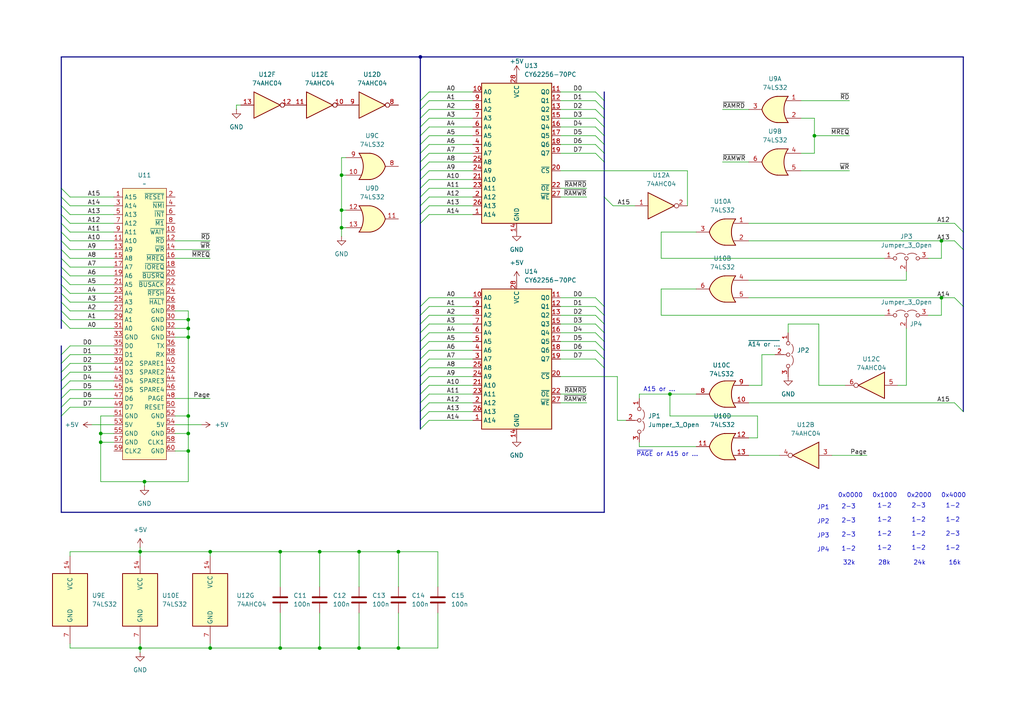
<source format=kicad_sch>
(kicad_sch (version 20231120) (generator "eeschema") (generator_version "8.0")
  (paper "A4")
  (lib_symbols
    (symbol "74xx:74AHC04"
      (property "Reference" "U" (at 0 1.27 0))
      (property "Value" "74AHC04" (at 0 -1.27 0))
      (symbol "74AHC04_1_0"
        (polyline (pts (xy -3.81 3.81) (xy -3.81 -3.81) (xy 3.81 0) (xy -3.81 3.81)) (stroke (width 0.254)) (fill (type background)))
        (pin input line (at -7.62 0 0) (length 3.81) (name "~") (number "1"))
        (pin output inverted (at 7.62 0 180) (length 3.81) (name "~") (number "2"))
      )
      (symbol "74AHC04_2_0"
        (polyline (pts (xy -3.81 3.81) (xy -3.81 -3.81) (xy 3.81 0) (xy -3.81 3.81)) (stroke (width 0.254)) (fill (type background)))
        (pin input line (at -7.62 0 0) (length 3.81) (name "~") (number "3"))
        (pin output inverted (at 7.62 0 180) (length 3.81) (name "~") (number "4"))
      )
      (symbol "74AHC04_3_0"
        (polyline (pts (xy -3.81 3.81) (xy -3.81 -3.81) (xy 3.81 0) (xy -3.81 3.81)) (stroke (width 0.254)) (fill (type background)))
        (pin input line (at -7.62 0 0) (length 3.81) (name "~") (number "5"))
        (pin output inverted (at 7.62 0 180) (length 3.81) (name "~") (number "6"))
      )
      (symbol "74AHC04_4_0"
        (polyline (pts (xy -3.81 3.81) (xy -3.81 -3.81) (xy 3.81 0) (xy -3.81 3.81)) (stroke (width 0.254)) (fill (type background)))
        (pin output inverted (at 7.62 0 180) (length 3.81) (name "~") (number "8"))
        (pin input line (at -7.62 0 0) (length 3.81) (name "~") (number "9"))
      )
      (symbol "74AHC04_5_0"
        (polyline (pts (xy -3.81 3.81) (xy -3.81 -3.81) (xy 3.81 0) (xy -3.81 3.81)) (stroke (width 0.254)) (fill (type background)))
        (pin output inverted (at 7.62 0 180) (length 3.81) (name "~") (number "10"))
        (pin input line (at -7.62 0 0) (length 3.81) (name "~") (number "11"))
      )
      (symbol "74AHC04_6_0"
        (polyline (pts (xy -3.81 3.81) (xy -3.81 -3.81) (xy 3.81 0) (xy -3.81 3.81)) (stroke (width 0.254)) (fill (type background)))
        (pin output inverted (at 7.62 0 180) (length 3.81) (name "~") (number "12"))
        (pin input line (at -7.62 0 0) (length 3.81) (name "~") (number "13"))
      )
      (symbol "74AHC04_7_0"
        (pin power_in line (at 0 12.7 270) (length 5.08) (name "VCC") (number "14"))
        (pin power_in line (at 0 -12.7 90) (length 5.08) (name "GND") (number "7"))
      )
      (symbol "74AHC04_7_1"
        (rectangle (start -5.08 7.62) (end 5.08 -7.62) (stroke (width 0.254)) (fill (type background)))
      )
    )
    (symbol "74xx:74LS32" (pin_names (offset 1.016))
      (property "Reference" "U" (at 0 1.27 0))
      (property "Value" "74LS32" (at 0 -1.27 0))
      (symbol "74LS32_1_1"
        (arc (start -3.81 -3.81) (mid -2.589 0) (end -3.81 3.81) (stroke (width 0.254)))
        (arc (start -0.6096 -3.81) (mid 2.1842 -2.5851) (end 3.81 0) (stroke (width 0.254)) (fill (type background)))
        (polyline (pts (xy -3.81 -3.81) (xy -0.635 -3.81)) (stroke (width 0.254)) (fill (type background)))
        (polyline (pts (xy -3.81 3.81) (xy -0.635 3.81)) (stroke (width 0.254)) (fill (type background)))
        (polyline (pts (xy -0.635 3.81) (xy -3.81 3.81) (xy -3.81 3.81) (xy -3.556 3.4036) (xy -3.0226 2.2606) (xy -2.6924 1.0414) (xy -2.6162 -0.254) (xy -2.7686 -1.4986) (xy -3.175 -2.7178) (xy -3.81 -3.81) (xy -3.81 -3.81) (xy -0.635 -3.81)) (stroke (width -25.4)) (fill (type background)))
        (arc (start 3.81 0) (mid 2.1915 2.5936) (end -0.6096 3.81) (stroke (width 0.254)) (fill (type background)))
        (pin input line (at -7.62 2.54 0) (length 4.318) (name "~") (number "1"))
        (pin input line (at -7.62 -2.54 0) (length 4.318) (name "~") (number "2"))
        (pin output line (at 7.62 0 180) (length 3.81) (name "~") (number "3"))
      )
      (symbol "74LS32_1_2"
        (arc (start 0 -3.81) (mid 3.7934 0) (end 0 3.81) (stroke (width 0.254)) (fill (type background)))
        (polyline (pts (xy 0 3.81) (xy -3.81 3.81) (xy -3.81 -3.81) (xy 0 -3.81)) (stroke (width 0.254)) (fill (type background)))
        (pin input inverted (at -7.62 2.54 0) (length 3.81) (name "~") (number "1"))
        (pin input inverted (at -7.62 -2.54 0) (length 3.81) (name "~") (number "2"))
        (pin output inverted (at 7.62 0 180) (length 3.81) (name "~") (number "3"))
      )
      (symbol "74LS32_2_1"
        (arc (start -3.81 -3.81) (mid -2.589 0) (end -3.81 3.81) (stroke (width 0.254)))
        (arc (start -0.6096 -3.81) (mid 2.1842 -2.5851) (end 3.81 0) (stroke (width 0.254)) (fill (type background)))
        (polyline (pts (xy -3.81 -3.81) (xy -0.635 -3.81)) (stroke (width 0.254)) (fill (type background)))
        (polyline (pts (xy -3.81 3.81) (xy -0.635 3.81)) (stroke (width 0.254)) (fill (type background)))
        (polyline (pts (xy -0.635 3.81) (xy -3.81 3.81) (xy -3.81 3.81) (xy -3.556 3.4036) (xy -3.0226 2.2606) (xy -2.6924 1.0414) (xy -2.6162 -0.254) (xy -2.7686 -1.4986) (xy -3.175 -2.7178) (xy -3.81 -3.81) (xy -3.81 -3.81) (xy -0.635 -3.81)) (stroke (width -25.4)) (fill (type background)))
        (arc (start 3.81 0) (mid 2.1915 2.5936) (end -0.6096 3.81) (stroke (width 0.254)) (fill (type background)))
        (pin input line (at -7.62 2.54 0) (length 4.318) (name "~") (number "4"))
        (pin input line (at -7.62 -2.54 0) (length 4.318) (name "~") (number "5"))
        (pin output line (at 7.62 0 180) (length 3.81) (name "~") (number "6"))
      )
      (symbol "74LS32_2_2"
        (arc (start 0 -3.81) (mid 3.7934 0) (end 0 3.81) (stroke (width 0.254)) (fill (type background)))
        (polyline (pts (xy 0 3.81) (xy -3.81 3.81) (xy -3.81 -3.81) (xy 0 -3.81)) (stroke (width 0.254)) (fill (type background)))
        (pin input inverted (at -7.62 2.54 0) (length 3.81) (name "~") (number "4"))
        (pin input inverted (at -7.62 -2.54 0) (length 3.81) (name "~") (number "5"))
        (pin output inverted (at 7.62 0 180) (length 3.81) (name "~") (number "6"))
      )
      (symbol "74LS32_3_1"
        (arc (start -3.81 -3.81) (mid -2.589 0) (end -3.81 3.81) (stroke (width 0.254)))
        (arc (start -0.6096 -3.81) (mid 2.1842 -2.5851) (end 3.81 0) (stroke (width 0.254)) (fill (type background)))
        (polyline (pts (xy -3.81 -3.81) (xy -0.635 -3.81)) (stroke (width 0.254)) (fill (type background)))
        (polyline (pts (xy -3.81 3.81) (xy -0.635 3.81)) (stroke (width 0.254)) (fill (type background)))
        (polyline (pts (xy -0.635 3.81) (xy -3.81 3.81) (xy -3.81 3.81) (xy -3.556 3.4036) (xy -3.0226 2.2606) (xy -2.6924 1.0414) (xy -2.6162 -0.254) (xy -2.7686 -1.4986) (xy -3.175 -2.7178) (xy -3.81 -3.81) (xy -3.81 -3.81) (xy -0.635 -3.81)) (stroke (width -25.4)) (fill (type background)))
        (arc (start 3.81 0) (mid 2.1915 2.5936) (end -0.6096 3.81) (stroke (width 0.254)) (fill (type background)))
        (pin input line (at -7.62 -2.54 0) (length 4.318) (name "~") (number "10"))
        (pin output line (at 7.62 0 180) (length 3.81) (name "~") (number "8"))
        (pin input line (at -7.62 2.54 0) (length 4.318) (name "~") (number "9"))
      )
      (symbol "74LS32_3_2"
        (arc (start 0 -3.81) (mid 3.7934 0) (end 0 3.81) (stroke (width 0.254)) (fill (type background)))
        (polyline (pts (xy 0 3.81) (xy -3.81 3.81) (xy -3.81 -3.81) (xy 0 -3.81)) (stroke (width 0.254)) (fill (type background)))
        (pin input inverted (at -7.62 -2.54 0) (length 3.81) (name "~") (number "10"))
        (pin output inverted (at 7.62 0 180) (length 3.81) (name "~") (number "8"))
        (pin input inverted (at -7.62 2.54 0) (length 3.81) (name "~") (number "9"))
      )
      (symbol "74LS32_4_1"
        (arc (start -3.81 -3.81) (mid -2.589 0) (end -3.81 3.81) (stroke (width 0.254)))
        (arc (start -0.6096 -3.81) (mid 2.1842 -2.5851) (end 3.81 0) (stroke (width 0.254)) (fill (type background)))
        (polyline (pts (xy -3.81 -3.81) (xy -0.635 -3.81)) (stroke (width 0.254)) (fill (type background)))
        (polyline (pts (xy -3.81 3.81) (xy -0.635 3.81)) (stroke (width 0.254)) (fill (type background)))
        (polyline (pts (xy -0.635 3.81) (xy -3.81 3.81) (xy -3.81 3.81) (xy -3.556 3.4036) (xy -3.0226 2.2606) (xy -2.6924 1.0414) (xy -2.6162 -0.254) (xy -2.7686 -1.4986) (xy -3.175 -2.7178) (xy -3.81 -3.81) (xy -3.81 -3.81) (xy -0.635 -3.81)) (stroke (width -25.4)) (fill (type background)))
        (arc (start 3.81 0) (mid 2.1915 2.5936) (end -0.6096 3.81) (stroke (width 0.254)) (fill (type background)))
        (pin output line (at 7.62 0 180) (length 3.81) (name "~") (number "11"))
        (pin input line (at -7.62 2.54 0) (length 4.318) (name "~") (number "12"))
        (pin input line (at -7.62 -2.54 0) (length 4.318) (name "~") (number "13"))
      )
      (symbol "74LS32_4_2"
        (arc (start 0 -3.81) (mid 3.7934 0) (end 0 3.81) (stroke (width 0.254)) (fill (type background)))
        (polyline (pts (xy 0 3.81) (xy -3.81 3.81) (xy -3.81 -3.81) (xy 0 -3.81)) (stroke (width 0.254)) (fill (type background)))
        (pin output inverted (at 7.62 0 180) (length 3.81) (name "~") (number "11"))
        (pin input inverted (at -7.62 2.54 0) (length 3.81) (name "~") (number "12"))
        (pin input inverted (at -7.62 -2.54 0) (length 3.81) (name "~") (number "13"))
      )
      (symbol "74LS32_5_0"
        (pin power_in line (at 0 12.7 270) (length 5.08) (name "VCC") (number "14"))
        (pin power_in line (at 0 -12.7 90) (length 5.08) (name "GND") (number "7"))
      )
      (symbol "74LS32_5_1"
        (rectangle (start -5.08 7.62) (end 5.08 -7.62) (stroke (width 0.254)) (fill (type background)))
      )
    )
    (symbol "Device:C" (pin_numbers hide) (pin_names (offset 0.254))
      (property "Reference" "C" (at 0.635 2.54 0))
      (property "Value" "C" (at 0.635 -2.54 0))
      (symbol "C_0_1"
        (polyline (pts (xy -2.032 -0.762) (xy 2.032 -0.762)) (stroke (width 0.508)))
        (polyline (pts (xy -2.032 0.762) (xy 2.032 0.762)) (stroke (width 0.508)))
      )
      (symbol "C_1_1"
        (pin passive line (at 0 3.81 270) (length 2.794) (name "~") (number "1"))
        (pin passive line (at 0 -3.81 90) (length 2.794) (name "~") (number "2"))
      )
    )
    (symbol "Jumper:Jumper_3_Open" (pin_names (offset 0) hide) (exclude_from_sim yes) (in_bom no)
      (property "Reference" "JP" (at -2.54 -2.54 0))
      (property "Value" "Jumper_3_Open" (at 0 2.794 0))
      (symbol "Jumper_3_Open_0_0"
        (circle (center -3.302 0) (radius 0.508))
        (circle (center 0 0) (radius 0.508))
        (circle (center 3.302 0) (radius 0.508))
      )
      (symbol "Jumper_3_Open_0_1"
        (arc (start -0.254 1.016) (mid -1.651 1.4992) (end -3.048 1.016))
        (polyline (pts (xy 0 -0.508) (xy 0 -1.27)))
        (arc (start 3.048 1.016) (mid 1.651 1.4992) (end 0.254 1.016))
      )
      (symbol "Jumper_3_Open_1_1"
        (pin passive line (at -6.35 0 0) (length 2.54) (name "A") (number "1"))
        (pin passive line (at 0 -3.81 90) (length 2.54) (name "C") (number "2"))
        (pin passive line (at 6.35 0 180) (length 2.54) (name "B") (number "3"))
      )
    )
    (symbol "Memory_RAM:CY62256-70PC"
      (property "Reference" "U" (at -10.16 20.955 0))
      (property "Value" "CY62256-70PC" (at 2.54 20.955 0))
      (symbol "CY62256-70PC_0_0"
        (pin power_in line (at 0 -22.86 90) (length 2.54) (name "GND") (number "14"))
        (pin power_in line (at 0 22.86 270) (length 2.54) (name "VCC") (number "28"))
      )
      (symbol "CY62256-70PC_0_1"
        (rectangle (start -10.16 20.32) (end 10.16 -20.32) (stroke (width 0.254)) (fill (type background)))
      )
      (symbol "CY62256-70PC_1_1"
        (pin input line (at -12.7 -17.78 0) (length 2.54) (name "A14") (number "1"))
        (pin input line (at -12.7 17.78 0) (length 2.54) (name "A0") (number "10"))
        (pin tri_state line (at 12.7 17.78 180) (length 2.54) (name "Q0") (number "11"))
        (pin tri_state line (at 12.7 15.24 180) (length 2.54) (name "Q1") (number "12"))
        (pin tri_state line (at 12.7 12.7 180) (length 2.54) (name "Q2") (number "13"))
        (pin tri_state line (at 12.7 10.16 180) (length 2.54) (name "Q3") (number "15"))
        (pin tri_state line (at 12.7 7.62 180) (length 2.54) (name "Q4") (number "16"))
        (pin tri_state line (at 12.7 5.08 180) (length 2.54) (name "Q5") (number "17"))
        (pin tri_state line (at 12.7 2.54 180) (length 2.54) (name "Q6") (number "18"))
        (pin tri_state line (at 12.7 0 180) (length 2.54) (name "Q7") (number "19"))
        (pin input line (at -12.7 -12.7 0) (length 2.54) (name "A12") (number "2"))
        (pin input line (at 12.7 -5.08 180) (length 2.54) (name "~{CS}") (number "20"))
        (pin input line (at -12.7 -7.62 0) (length 2.54) (name "A10") (number "21"))
        (pin input line (at 12.7 -10.16 180) (length 2.54) (name "~{OE}") (number "22"))
        (pin input line (at -12.7 -10.16 0) (length 2.54) (name "A11") (number "23"))
        (pin input line (at -12.7 -5.08 0) (length 2.54) (name "A9") (number "24"))
        (pin input line (at -12.7 -2.54 0) (length 2.54) (name "A8") (number "25"))
        (pin input line (at -12.7 -15.24 0) (length 2.54) (name "A13") (number "26"))
        (pin input line (at 12.7 -12.7 180) (length 2.54) (name "~{WE}") (number "27"))
        (pin input line (at -12.7 0 0) (length 2.54) (name "A7") (number "3"))
        (pin input line (at -12.7 2.54 0) (length 2.54) (name "A6") (number "4"))
        (pin input line (at -12.7 5.08 0) (length 2.54) (name "A5") (number "5"))
        (pin input line (at -12.7 7.62 0) (length 2.54) (name "A4") (number "6"))
        (pin input line (at -12.7 10.16 0) (length 2.54) (name "A3") (number "7"))
        (pin input line (at -12.7 12.7 0) (length 2.54) (name "A2") (number "8"))
        (pin input line (at -12.7 15.24 0) (length 2.54) (name "A1") (number "9"))
      )
    )
    (symbol "power:+5V" (power) (pin_numbers hide) (pin_names (offset 0) hide)
      (property "Value" "+5V" (at 0 3.556 0))
      (symbol "+5V_0_1"
        (polyline (pts (xy -0.762 1.27) (xy 0 2.54)))
        (polyline (pts (xy 0 0) (xy 0 2.54)))
        (polyline (pts (xy 0 2.54) (xy 0.762 1.27)))
      )
      (symbol "+5V_1_1"
        (pin power_in line (at 0 0 90) (length 0) (name "~") (number "1"))
      )
    )
    (symbol "power:GND" (power) (pin_numbers hide) (pin_names (offset 0) hide)
      (property "Value" "GND" (at 0 -3.81 0))
      (symbol "GND_0_1"
        (polyline (pts (xy 0 0) (xy 0 -1.27) (xy 1.27 -1.27) (xy 0 -2.54) (xy -1.27 -1.27) (xy 0 -1.27)))
      )
      (symbol "GND_1_1"
        (pin power_in line (at 0 0 270) (length 0) (name "~") (number "1"))
      )
    )
    (symbol "rc2014:Busconnector"
      (property "Reference" "U" (at 0 48.514 0))
      (symbol "Busconnector_1_1"
        (rectangle (start -6.35 46.99) (end 6.35 -31.75) (fill (type background)))
        (pin bidirectional line (at -8.89 44.45 0) (length 2.54) (name "A15") (number "1"))
        (pin bidirectional line (at 8.89 34.29 180) (length 2.54) (name "~{WAIT}") (number "10"))
        (pin bidirectional line (at -8.89 31.75 0) (length 2.54) (name "A10") (number "11"))
        (pin bidirectional line (at 8.89 31.75 180) (length 2.54) (name "~{RD}") (number "12"))
        (pin bidirectional line (at -8.89 29.21 0) (length 2.54) (name "A9") (number "13"))
        (pin bidirectional line (at 8.89 29.21 180) (length 2.54) (name "~{WR}") (number "14"))
        (pin bidirectional line (at -8.89 26.67 0) (length 2.54) (name "A8") (number "15"))
        (pin bidirectional line (at 8.89 26.67 180) (length 2.54) (name "~{MREQ}") (number "16"))
        (pin bidirectional line (at -8.89 24.13 0) (length 2.54) (name "A7") (number "17"))
        (pin bidirectional line (at 8.89 24.13 180) (length 2.54) (name "~{IOREQ}") (number "18"))
        (pin bidirectional line (at -8.89 21.59 0) (length 2.54) (name "A6") (number "19"))
        (pin bidirectional line (at 8.89 44.45 180) (length 2.54) (name "~{RESET}") (number "2"))
        (pin bidirectional line (at 8.89 21.59 180) (length 2.54) (name "~{BUSRQ}") (number "20"))
        (pin bidirectional line (at -8.89 19.05 0) (length 2.54) (name "A5") (number "21"))
        (pin bidirectional line (at 8.89 19.05 180) (length 2.54) (name "~{BUSACK}") (number "22"))
        (pin bidirectional line (at -8.89 16.51 0) (length 2.54) (name "A4") (number "23"))
        (pin bidirectional line (at 8.89 16.51 180) (length 2.54) (name "~{RFSH}") (number "24"))
        (pin bidirectional line (at -8.89 13.97 0) (length 2.54) (name "A3") (number "25"))
        (pin bidirectional line (at 8.89 13.97 180) (length 2.54) (name "~{HALT}") (number "26"))
        (pin bidirectional line (at -8.89 11.43 0) (length 2.54) (name "A2") (number "27"))
        (pin power_in line (at 8.89 11.43 180) (length 2.54) (name "GND") (number "28"))
        (pin bidirectional line (at -8.89 8.89 0) (length 2.54) (name "A1") (number "29"))
        (pin bidirectional line (at -8.89 41.91 0) (length 2.54) (name "A14") (number "3"))
        (pin power_in line (at 8.89 8.89 180) (length 2.54) (name "GND") (number "30"))
        (pin bidirectional line (at -8.89 6.35 0) (length 2.54) (name "A0") (number "31"))
        (pin power_in line (at 8.89 6.35 180) (length 2.54) (name "GND") (number "32"))
        (pin power_in line (at -8.89 3.81 0) (length 2.54) (name "GND") (number "33"))
        (pin power_in line (at 8.89 3.81 180) (length 2.54) (name "GND") (number "34"))
        (pin bidirectional line (at -8.89 1.27 0) (length 2.54) (name "D0") (number "35"))
        (pin bidirectional line (at 8.89 1.27 180) (length 2.54) (name "TX") (number "36"))
        (pin bidirectional line (at -8.89 -1.27 0) (length 2.54) (name "D1") (number "37"))
        (pin bidirectional line (at 8.89 -1.27 180) (length 2.54) (name "RX") (number "38"))
        (pin bidirectional line (at -8.89 -3.81 0) (length 2.54) (name "D2") (number "39"))
        (pin bidirectional line (at 8.89 41.91 180) (length 2.54) (name "~{NMI}") (number "4"))
        (pin bidirectional line (at 8.89 -3.81 180) (length 2.54) (name "SPARE1") (number "40"))
        (pin bidirectional line (at -8.89 -6.35 0) (length 2.54) (name "D3") (number "41"))
        (pin bidirectional line (at 8.89 -6.35 180) (length 2.54) (name "SPARE2") (number "42"))
        (pin bidirectional line (at -8.89 -8.89 0) (length 2.54) (name "D4") (number "43"))
        (pin bidirectional line (at 8.89 -8.89 180) (length 2.54) (name "SPARE3") (number "44"))
        (pin bidirectional line (at -8.89 -11.43 0) (length 2.54) (name "D5") (number "45"))
        (pin bidirectional line (at 8.89 -11.43 180) (length 2.54) (name "SPARE4") (number "46"))
        (pin bidirectional line (at -8.89 -13.97 0) (length 2.54) (name "D6") (number "47"))
        (pin bidirectional line (at 8.89 -13.97 180) (length 2.54) (name "PAGE") (number "48"))
        (pin bidirectional line (at -8.89 -16.51 0) (length 2.54) (name "D7") (number "49"))
        (pin bidirectional line (at -8.89 39.37 0) (length 2.54) (name "A13") (number "5"))
        (pin bidirectional line (at 8.89 -16.51 180) (length 2.54) (name "RESET") (number "50"))
        (pin power_out line (at -8.89 -19.05 0) (length 2.54) (name "GND") (number "51"))
        (pin power_in line (at 8.89 -19.05 180) (length 2.54) (name "GND") (number "52"))
        (pin power_out line (at -8.89 -21.59 0) (length 2.54) (name "5V") (number "53"))
        (pin power_in line (at 8.89 -21.59 180) (length 2.54) (name "5V") (number "54"))
        (pin power_in line (at -8.89 -24.13 0) (length 2.54) (name "GND") (number "55"))
        (pin power_in line (at 8.89 -24.13 180) (length 2.54) (name "GND") (number "56"))
        (pin power_in line (at -8.89 -26.67 0) (length 2.54) (name "GND") (number "57"))
        (pin bidirectional line (at 8.89 -26.67 180) (length 2.54) (name "CLK1") (number "58"))
        (pin bidirectional line (at -8.89 -29.21 0) (length 2.54) (name "CLK2") (number "59"))
        (pin bidirectional line (at 8.89 39.37 180) (length 2.54) (name "~{INT}") (number "6"))
        (pin power_in line (at 8.89 -29.21 180) (length 2.54) (name "GND") (number "60"))
        (pin bidirectional line (at -8.89 36.83 0) (length 2.54) (name "A12") (number "7"))
        (pin bidirectional line (at 8.89 36.83 180) (length 2.54) (name "~{M1}") (number "8"))
        (pin bidirectional line (at -8.89 34.29 0) (length 2.54) (name "A11") (number "9"))
      )
    )
  )
  (junction (at 92.71 187.96))
  (junction (at 54.61 130.81))
  (junction (at 81.28 187.96))
  (junction (at 54.61 120.65))
  (junction (at 115.57 187.96))
  (junction (at 194.31 114.3))
  (junction (at 54.61 95.25))
  (junction (at 54.61 97.79))
  (junction (at 81.28 160.02))
  (junction (at 99.06 50.8))
  (junction (at 104.14 160.02))
  (junction (at 54.61 125.73))
  (junction (at 104.14 187.96))
  (junction (at 121.92 16.51))
  (junction (at 60.96 160.02))
  (junction (at 273.05 69.85))
  (junction (at 29.21 125.73))
  (junction (at 273.05 86.36))
  (junction (at 99.06 66.04))
  (junction (at 40.64 187.96))
  (junction (at 115.57 160.02))
  (junction (at 54.61 92.71))
  (junction (at 60.96 187.96))
  (junction (at 99.06 60.96))
  (junction (at 29.21 128.27))
  (junction (at 236.22 39.37))
  (junction (at 41.91 139.7))
  (junction (at 40.64 160.02))
  (junction (at 92.71 160.02))
  (bus_entry (at 17.78 67.31) (size 2.54 2.54))
  (bus_entry (at 124.46 86.36) (size -2.54 2.54))
  (bus_entry (at 124.46 91.44) (size -2.54 2.54))
  (bus_entry (at 276.86 116.84) (size 2.54 2.54))
  (bus_entry (at 124.46 41.91) (size -2.54 2.54))
  (bus_entry (at 124.46 106.68) (size -2.54 2.54))
  (bus_entry (at 172.72 88.9) (size 2.54 2.54))
  (bus_entry (at 17.78 85.09) (size 2.54 2.54))
  (bus_entry (at 172.72 101.6) (size 2.54 2.54))
  (bus_entry (at 17.78 59.69) (size 2.54 2.54))
  (bus_entry (at 124.46 36.83) (size -2.54 2.54))
  (bus_entry (at 17.78 69.85) (size 2.54 2.54))
  (bus_entry (at 172.72 26.67) (size 2.54 2.54))
  (bus_entry (at 17.78 57.15) (size 2.54 2.54))
  (bus_entry (at 124.46 44.45) (size -2.54 2.54))
  (bus_entry (at 124.46 29.21) (size -2.54 2.54))
  (bus_entry (at 124.46 54.61) (size -2.54 2.54))
  (bus_entry (at 124.46 93.98) (size -2.54 2.54))
  (bus_entry (at 124.46 57.15) (size -2.54 2.54))
  (bus_entry (at 17.78 82.55) (size 2.54 2.54))
  (bus_entry (at 124.46 116.84) (size -2.54 2.54))
  (bus_entry (at 124.46 39.37) (size -2.54 2.54))
  (bus_entry (at 124.46 88.9) (size -2.54 2.54))
  (bus_entry (at 172.72 86.36) (size 2.54 2.54))
  (bus_entry (at 17.78 92.71) (size 2.54 2.54))
  (bus_entry (at 17.78 87.63) (size 2.54 2.54))
  (bus_entry (at 124.46 46.99) (size -2.54 2.54))
  (bus_entry (at 124.46 111.76) (size -2.54 2.54))
  (bus_entry (at 172.72 41.91) (size 2.54 2.54))
  (bus_entry (at 124.46 96.52) (size -2.54 2.54))
  (bus_entry (at 17.78 102.87) (size 2.54 -2.54))
  (bus_entry (at 172.72 104.14) (size 2.54 2.54))
  (bus_entry (at 172.72 91.44) (size 2.54 2.54))
  (bus_entry (at 124.46 114.3) (size -2.54 2.54))
  (bus_entry (at 172.72 39.37) (size 2.54 2.54))
  (bus_entry (at 172.72 99.06) (size 2.54 2.54))
  (bus_entry (at 172.72 34.29) (size 2.54 2.54))
  (bus_entry (at 17.78 80.01) (size 2.54 2.54))
  (bus_entry (at 17.78 77.47) (size 2.54 2.54))
  (bus_entry (at 17.78 62.23) (size 2.54 2.54))
  (bus_entry (at 124.46 31.75) (size -2.54 2.54))
  (bus_entry (at 124.46 52.07) (size -2.54 2.54))
  (bus_entry (at 124.46 62.23) (size -2.54 2.54))
  (bus_entry (at 175.26 57.15) (size 2.54 2.54))
  (bus_entry (at 124.46 104.14) (size -2.54 2.54))
  (bus_entry (at 17.78 72.39) (size 2.54 2.54))
  (bus_entry (at 17.78 64.77) (size 2.54 2.54))
  (bus_entry (at 17.78 105.41) (size 2.54 -2.54))
  (bus_entry (at 17.78 110.49) (size 2.54 -2.54))
  (bus_entry (at 124.46 121.92) (size -2.54 2.54))
  (bus_entry (at 276.86 69.85) (size 2.54 2.54))
  (bus_entry (at 124.46 101.6) (size -2.54 2.54))
  (bus_entry (at 17.78 74.93) (size 2.54 2.54))
  (bus_entry (at 276.86 64.77) (size 2.54 2.54))
  (bus_entry (at 172.72 96.52) (size 2.54 2.54))
  (bus_entry (at 17.78 107.95) (size 2.54 -2.54))
  (bus_entry (at 124.46 49.53) (size -2.54 2.54))
  (bus_entry (at 172.72 36.83) (size 2.54 2.54))
  (bus_entry (at 276.86 86.36) (size 2.54 2.54))
  (bus_entry (at 172.72 93.98) (size 2.54 2.54))
  (bus_entry (at 17.78 120.65) (size 2.54 -2.54))
  (bus_entry (at 124.46 26.67) (size -2.54 2.54))
  (bus_entry (at 17.78 54.61) (size 2.54 2.54))
  (bus_entry (at 172.72 44.45) (size 2.54 2.54))
  (bus_entry (at 124.46 119.38) (size -2.54 2.54))
  (bus_entry (at 124.46 34.29) (size -2.54 2.54))
  (bus_entry (at 124.46 99.06) (size -2.54 2.54))
  (bus_entry (at 17.78 115.57) (size 2.54 -2.54))
  (bus_entry (at 17.78 113.03) (size 2.54 -2.54))
  (bus_entry (at 172.72 31.75) (size 2.54 2.54))
  (bus_entry (at 17.78 90.17) (size 2.54 2.54))
  (bus_entry (at 124.46 109.22) (size -2.54 2.54))
  (bus_entry (at 172.72 29.21) (size 2.54 2.54))
  (bus_entry (at 17.78 118.11) (size 2.54 -2.54))
  (bus_entry (at 124.46 59.69) (size -2.54 2.54))
  (bus (pts (xy 17.78 113.03) (xy 17.78 115.57)))
  (bus (pts (xy 175.26 96.52) (xy 175.26 99.06)))
  (wire (pts (xy 20.32 115.57) (xy 33.02 115.57)))
  (bus (pts (xy 121.92 52.07) (xy 121.92 54.61)))
  (wire (pts (xy 104.14 187.96) (xy 92.71 187.96)))
  (wire (pts (xy 162.56 26.67) (xy 172.72 26.67)))
  (bus (pts (xy 121.92 36.83) (xy 121.92 39.37)))
  (wire (pts (xy 162.56 93.98) (xy 172.72 93.98)))
  (wire (pts (xy 124.46 34.29) (xy 137.16 34.29)))
  (wire (pts (xy 124.46 44.45) (xy 137.16 44.45)))
  (wire (pts (xy 29.21 125.73) (xy 29.21 120.65)))
  (bus (pts (xy 121.92 62.23) (xy 121.92 64.77)))
  (bus (pts (xy 17.78 69.85) (xy 17.78 67.31)))
  (wire (pts (xy 124.46 116.84) (xy 137.16 116.84)))
  (wire (pts (xy 191.77 67.31) (xy 191.77 74.93)))
  (wire (pts (xy 20.32 100.33) (xy 33.02 100.33)))
  (wire (pts (xy 127 177.8) (xy 127 187.96)))
  (wire (pts (xy 40.64 187.96) (xy 60.96 187.96)))
  (wire (pts (xy 269.24 91.44) (xy 273.05 91.44)))
  (wire (pts (xy 50.8 74.93) (xy 60.96 74.93)))
  (wire (pts (xy 262.89 111.76) (xy 260.35 111.76)))
  (wire (pts (xy 162.56 91.44) (xy 172.72 91.44)))
  (wire (pts (xy 20.32 160.02) (xy 40.64 160.02)))
  (wire (pts (xy 199.39 59.69) (xy 199.39 49.53)))
  (bus (pts (xy 121.92 93.98) (xy 121.92 96.52)))
  (bus (pts (xy 17.78 16.51) (xy 121.92 16.51)))
  (wire (pts (xy 199.39 49.53) (xy 162.56 49.53)))
  (bus (pts (xy 279.4 72.39) (xy 279.4 88.9)))
  (bus (pts (xy 175.26 93.98) (xy 175.26 96.52)))
  (wire (pts (xy 29.21 125.73) (xy 33.02 125.73)))
  (wire (pts (xy 124.46 39.37) (xy 137.16 39.37)))
  (wire (pts (xy 127 160.02) (xy 115.57 160.02)))
  (bus (pts (xy 175.26 41.91) (xy 175.26 44.45)))
  (bus (pts (xy 121.92 121.92) (xy 121.92 124.46)))
  (wire (pts (xy 217.17 86.36) (xy 273.05 86.36)))
  (wire (pts (xy 20.32 161.29) (xy 20.32 160.02)))
  (wire (pts (xy 219.71 127) (xy 219.71 120.65)))
  (wire (pts (xy 92.71 177.8) (xy 92.71 187.96)))
  (wire (pts (xy 162.56 44.45) (xy 172.72 44.45)))
  (wire (pts (xy 236.22 39.37) (xy 246.38 39.37)))
  (wire (pts (xy 181.61 121.92) (xy 179.07 121.92)))
  (wire (pts (xy 124.46 106.68) (xy 137.16 106.68)))
  (wire (pts (xy 54.61 92.71) (xy 54.61 95.25)))
  (bus (pts (xy 121.92 114.3) (xy 121.92 116.84)))
  (wire (pts (xy 26.67 123.19) (xy 33.02 123.19)))
  (wire (pts (xy 246.38 49.53) (xy 232.41 49.53)))
  (bus (pts (xy 121.92 91.44) (xy 121.92 93.98)))
  (wire (pts (xy 124.46 99.06) (xy 137.16 99.06)))
  (wire (pts (xy 40.64 186.69) (xy 40.64 187.96)))
  (bus (pts (xy 121.92 96.52) (xy 121.92 99.06)))
  (wire (pts (xy 20.32 107.95) (xy 33.02 107.95)))
  (wire (pts (xy 219.71 120.65) (xy 194.31 120.65)))
  (wire (pts (xy 20.32 62.23) (xy 33.02 62.23)))
  (bus (pts (xy 121.92 88.9) (xy 121.92 91.44)))
  (wire (pts (xy 104.14 160.02) (xy 104.14 170.18)))
  (wire (pts (xy 124.46 91.44) (xy 137.16 91.44)))
  (bus (pts (xy 175.26 39.37) (xy 175.26 41.91)))
  (wire (pts (xy 217.17 31.75) (xy 209.55 31.75)))
  (wire (pts (xy 124.46 62.23) (xy 137.16 62.23)))
  (wire (pts (xy 29.21 128.27) (xy 29.21 125.73)))
  (bus (pts (xy 17.78 107.95) (xy 17.78 110.49)))
  (bus (pts (xy 175.26 26.67) (xy 175.26 29.21)))
  (wire (pts (xy 20.32 80.01) (xy 33.02 80.01)))
  (bus (pts (xy 175.26 34.29) (xy 175.26 36.83)))
  (wire (pts (xy 162.56 36.83) (xy 172.72 36.83)))
  (wire (pts (xy 232.41 34.29) (xy 236.22 34.29)))
  (wire (pts (xy 54.61 125.73) (xy 54.61 130.81)))
  (wire (pts (xy 236.22 34.29) (xy 236.22 39.37)))
  (bus (pts (xy 17.78 100.33) (xy 17.78 102.87)))
  (bus (pts (xy 279.4 88.9) (xy 279.4 119.38)))
  (wire (pts (xy 226.06 132.08) (xy 217.17 132.08)))
  (wire (pts (xy 68.58 31.75) (xy 68.58 30.48)))
  (wire (pts (xy 127 187.96) (xy 115.57 187.96)))
  (wire (pts (xy 50.8 95.25) (xy 54.61 95.25)))
  (wire (pts (xy 124.46 57.15) (xy 137.16 57.15)))
  (wire (pts (xy 246.38 29.21) (xy 232.41 29.21)))
  (wire (pts (xy 124.46 109.22) (xy 137.16 109.22)))
  (wire (pts (xy 273.05 74.93) (xy 273.05 69.85)))
  (wire (pts (xy 162.56 31.75) (xy 172.72 31.75)))
  (wire (pts (xy 50.8 130.81) (xy 54.61 130.81)))
  (bus (pts (xy 121.92 49.53) (xy 121.92 52.07)))
  (wire (pts (xy 124.46 31.75) (xy 137.16 31.75)))
  (wire (pts (xy 124.46 36.83) (xy 137.16 36.83)))
  (wire (pts (xy 20.32 77.47) (xy 33.02 77.47)))
  (wire (pts (xy 245.11 111.76) (xy 237.49 111.76)))
  (wire (pts (xy 262.89 81.28) (xy 262.89 78.74)))
  (bus (pts (xy 121.92 104.14) (xy 121.92 106.68)))
  (wire (pts (xy 124.46 59.69) (xy 137.16 59.69)))
  (wire (pts (xy 20.32 59.69) (xy 33.02 59.69)))
  (wire (pts (xy 124.46 111.76) (xy 137.16 111.76)))
  (bus (pts (xy 121.92 57.15) (xy 121.92 59.69)))
  (wire (pts (xy 104.14 177.8) (xy 104.14 187.96)))
  (wire (pts (xy 40.64 187.96) (xy 40.64 189.23)))
  (bus (pts (xy 17.78 110.49) (xy 17.78 113.03)))
  (wire (pts (xy 99.06 66.04) (xy 99.06 60.96)))
  (bus (pts (xy 121.92 109.22) (xy 121.92 111.76)))
  (wire (pts (xy 115.57 187.96) (xy 104.14 187.96)))
  (bus (pts (xy 121.92 64.77) (xy 121.92 88.9)))
  (bus (pts (xy 121.92 119.38) (xy 121.92 121.92)))
  (wire (pts (xy 201.93 129.54) (xy 185.42 129.54)))
  (wire (pts (xy 20.32 87.63) (xy 33.02 87.63)))
  (bus (pts (xy 17.78 59.69) (xy 17.78 57.15)))
  (wire (pts (xy 177.8 59.69) (xy 184.15 59.69)))
  (bus (pts (xy 121.92 39.37) (xy 121.92 41.91)))
  (bus (pts (xy 175.26 46.99) (xy 175.26 57.15)))
  (wire (pts (xy 124.46 119.38) (xy 137.16 119.38)))
  (wire (pts (xy 237.49 111.76) (xy 237.49 93.98)))
  (wire (pts (xy 127 170.18) (xy 127 160.02)))
  (wire (pts (xy 220.98 102.87) (xy 220.98 111.76)))
  (wire (pts (xy 124.46 49.53) (xy 137.16 49.53)))
  (bus (pts (xy 17.78 102.87) (xy 17.78 105.41)))
  (bus (pts (xy 17.78 90.17) (xy 17.78 87.63)))
  (wire (pts (xy 256.54 91.44) (xy 191.77 91.44)))
  (bus (pts (xy 279.4 67.31) (xy 279.4 72.39)))
  (wire (pts (xy 20.32 105.41) (xy 33.02 105.41)))
  (bus (pts (xy 175.26 57.15) (xy 175.26 88.9)))
  (wire (pts (xy 217.17 46.99) (xy 209.55 46.99)))
  (wire (pts (xy 273.05 69.85) (xy 276.86 69.85)))
  (wire (pts (xy 99.06 60.96) (xy 99.06 50.8)))
  (wire (pts (xy 54.61 139.7) (xy 41.91 139.7)))
  (wire (pts (xy 124.46 104.14) (xy 137.16 104.14)))
  (wire (pts (xy 54.61 130.81) (xy 54.61 139.7)))
  (bus (pts (xy 17.78 62.23) (xy 17.78 59.69)))
  (wire (pts (xy 162.56 104.14) (xy 172.72 104.14)))
  (wire (pts (xy 20.32 64.77) (xy 33.02 64.77)))
  (wire (pts (xy 228.6 93.98) (xy 228.6 96.52)))
  (wire (pts (xy 162.56 29.21) (xy 172.72 29.21)))
  (wire (pts (xy 185.42 114.3) (xy 185.42 115.57)))
  (wire (pts (xy 40.64 160.02) (xy 40.64 161.29)))
  (wire (pts (xy 99.06 66.04) (xy 100.33 66.04)))
  (wire (pts (xy 124.46 114.3) (xy 137.16 114.3)))
  (wire (pts (xy 232.41 44.45) (xy 236.22 44.45)))
  (wire (pts (xy 20.32 113.03) (xy 33.02 113.03)))
  (bus (pts (xy 121.92 44.45) (xy 121.92 46.99)))
  (wire (pts (xy 99.06 50.8) (xy 100.33 50.8)))
  (bus (pts (xy 121.92 31.75) (xy 121.92 34.29)))
  (wire (pts (xy 50.8 123.19) (xy 58.42 123.19)))
  (wire (pts (xy 191.77 83.82) (xy 201.93 83.82)))
  (wire (pts (xy 269.24 74.93) (xy 273.05 74.93)))
  (wire (pts (xy 81.28 187.96) (xy 60.96 187.96)))
  (bus (pts (xy 175.26 104.14) (xy 175.26 106.68)))
  (wire (pts (xy 162.56 54.61) (xy 170.18 54.61)))
  (bus (pts (xy 121.92 101.6) (xy 121.92 104.14)))
  (bus (pts (xy 17.78 72.39) (xy 17.78 74.93)))
  (bus (pts (xy 17.78 64.77) (xy 17.78 62.23)))
  (bus (pts (xy 175.26 31.75) (xy 175.26 34.29)))
  (bus (pts (xy 17.78 115.57) (xy 17.78 118.11)))
  (bus (pts (xy 17.78 80.01) (xy 17.78 77.47)))
  (wire (pts (xy 124.46 121.92) (xy 137.16 121.92)))
  (wire (pts (xy 115.57 177.8) (xy 115.57 187.96)))
  (wire (pts (xy 20.32 92.71) (xy 33.02 92.71)))
  (wire (pts (xy 124.46 86.36) (xy 137.16 86.36)))
  (wire (pts (xy 68.58 30.48) (xy 69.85 30.48)))
  (wire (pts (xy 124.46 46.99) (xy 137.16 46.99)))
  (bus (pts (xy 121.92 46.99) (xy 121.92 49.53)))
  (wire (pts (xy 162.56 101.6) (xy 172.72 101.6)))
  (bus (pts (xy 175.26 29.21) (xy 175.26 31.75)))
  (wire (pts (xy 92.71 160.02) (xy 92.71 170.18)))
  (wire (pts (xy 50.8 125.73) (xy 54.61 125.73)))
  (wire (pts (xy 92.71 187.96) (xy 81.28 187.96)))
  (wire (pts (xy 20.32 187.96) (xy 40.64 187.96)))
  (wire (pts (xy 124.46 96.52) (xy 137.16 96.52)))
  (wire (pts (xy 54.61 120.65) (xy 54.61 125.73)))
  (wire (pts (xy 20.32 118.11) (xy 33.02 118.11)))
  (wire (pts (xy 81.28 177.8) (xy 81.28 187.96)))
  (wire (pts (xy 194.31 114.3) (xy 185.42 114.3)))
  (wire (pts (xy 162.56 34.29) (xy 172.72 34.29)))
  (wire (pts (xy 124.46 93.98) (xy 137.16 93.98)))
  (wire (pts (xy 20.32 82.55) (xy 33.02 82.55)))
  (wire (pts (xy 236.22 44.45) (xy 236.22 39.37)))
  (wire (pts (xy 220.98 111.76) (xy 217.17 111.76)))
  (wire (pts (xy 201.93 114.3) (xy 194.31 114.3)))
  (wire (pts (xy 81.28 160.02) (xy 81.28 170.18)))
  (wire (pts (xy 162.56 116.84) (xy 170.18 116.84)))
  (wire (pts (xy 162.56 114.3) (xy 170.18 114.3)))
  (wire (pts (xy 124.46 26.67) (xy 137.16 26.67)))
  (wire (pts (xy 273.05 91.44) (xy 273.05 86.36)))
  (wire (pts (xy 99.06 50.8) (xy 99.06 45.72)))
  (wire (pts (xy 191.77 74.93) (xy 256.54 74.93)))
  (bus (pts (xy 175.26 99.06) (xy 175.26 101.6)))
  (wire (pts (xy 185.42 129.54) (xy 185.42 128.27)))
  (wire (pts (xy 20.32 69.85) (xy 33.02 69.85)))
  (wire (pts (xy 60.96 160.02) (xy 81.28 160.02)))
  (wire (pts (xy 162.56 99.06) (xy 172.72 99.06)))
  (wire (pts (xy 41.91 140.97) (xy 41.91 139.7)))
  (wire (pts (xy 50.8 92.71) (xy 54.61 92.71)))
  (wire (pts (xy 115.57 160.02) (xy 104.14 160.02)))
  (wire (pts (xy 60.96 160.02) (xy 60.96 161.29)))
  (wire (pts (xy 162.56 57.15) (xy 170.18 57.15)))
  (wire (pts (xy 20.32 72.39) (xy 33.02 72.39)))
  (wire (pts (xy 29.21 128.27) (xy 33.02 128.27)))
  (wire (pts (xy 29.21 120.65) (xy 33.02 120.65)))
  (bus (pts (xy 17.78 72.39) (xy 17.78 69.85)))
  (bus (pts (xy 17.78 120.65) (xy 17.78 148.59)))
  (wire (pts (xy 217.17 127) (xy 219.71 127)))
  (wire (pts (xy 20.32 95.25) (xy 33.02 95.25)))
  (wire (pts (xy 262.89 81.28) (xy 217.17 81.28)))
  (bus (pts (xy 175.26 88.9) (xy 175.26 91.44)))
  (bus (pts (xy 17.78 74.93) (xy 17.78 77.47)))
  (bus (pts (xy 121.92 29.21) (xy 121.92 31.75)))
  (wire (pts (xy 54.61 97.79) (xy 54.61 120.65)))
  (bus (pts (xy 17.78 54.61) (xy 17.78 16.51)))
  (wire (pts (xy 50.8 120.65) (xy 54.61 120.65)))
  (wire (pts (xy 162.56 88.9) (xy 172.72 88.9)))
  (bus (pts (xy 17.78 148.59) (xy 175.26 148.59)))
  (bus (pts (xy 279.4 16.51) (xy 279.4 67.31)))
  (bus (pts (xy 121.92 34.29) (xy 121.92 36.83)))
  (wire (pts (xy 20.32 90.17) (xy 33.02 90.17)))
  (wire (pts (xy 29.21 139.7) (xy 29.21 128.27)))
  (wire (pts (xy 124.46 88.9) (xy 137.16 88.9)))
  (bus (pts (xy 17.78 95.25) (xy 17.78 92.71)))
  (bus (pts (xy 175.26 106.68) (xy 175.26 148.59)))
  (wire (pts (xy 124.46 54.61) (xy 137.16 54.61)))
  (bus (pts (xy 17.78 92.71) (xy 17.78 90.17)))
  (wire (pts (xy 241.3 132.08) (xy 251.46 132.08)))
  (wire (pts (xy 54.61 95.25) (xy 54.61 97.79)))
  (wire (pts (xy 237.49 93.98) (xy 228.6 93.98)))
  (wire (pts (xy 50.8 115.57) (xy 60.96 115.57)))
  (wire (pts (xy 179.07 109.22) (xy 162.56 109.22)))
  (wire (pts (xy 217.17 64.77) (xy 276.86 64.77)))
  (bus (pts (xy 175.26 101.6) (xy 175.26 104.14)))
  (wire (pts (xy 20.32 85.09) (xy 33.02 85.09)))
  (wire (pts (xy 124.46 52.07) (xy 137.16 52.07)))
  (wire (pts (xy 217.17 69.85) (xy 273.05 69.85)))
  (wire (pts (xy 20.32 74.93) (xy 33.02 74.93)))
  (wire (pts (xy 194.31 120.65) (xy 194.31 114.3)))
  (bus (pts (xy 121.92 59.69) (xy 121.92 62.23)))
  (wire (pts (xy 40.64 160.02) (xy 60.96 160.02)))
  (bus (pts (xy 121.92 41.91) (xy 121.92 44.45)))
  (bus (pts (xy 17.78 67.31) (xy 17.78 64.77)))
  (bus (pts (xy 121.92 106.68) (xy 121.92 109.22)))
  (wire (pts (xy 60.96 187.96) (xy 60.96 186.69)))
  (bus (pts (xy 175.26 44.45) (xy 175.26 46.99)))
  (wire (pts (xy 99.06 60.96) (xy 100.33 60.96)))
  (bus (pts (xy 121.92 111.76) (xy 121.92 114.3)))
  (wire (pts (xy 124.46 101.6) (xy 137.16 101.6)))
  (bus (pts (xy 175.26 36.83) (xy 175.26 39.37)))
  (bus (pts (xy 121.92 116.84) (xy 121.92 119.38)))
  (wire (pts (xy 201.93 67.31) (xy 191.77 67.31)))
  (wire (pts (xy 224.79 102.87) (xy 220.98 102.87)))
  (bus (pts (xy 17.78 82.55) (xy 17.78 80.01)))
  (wire (pts (xy 41.91 139.7) (xy 29.21 139.7)))
  (bus (pts (xy 121.92 16.51) (xy 121.92 29.21)))
  (wire (pts (xy 115.57 160.02) (xy 115.57 170.18)))
  (wire (pts (xy 217.17 116.84) (xy 276.86 116.84)))
  (bus (pts (xy 121.92 99.06) (xy 121.92 101.6)))
  (wire (pts (xy 20.32 67.31) (xy 33.02 67.31)))
  (wire (pts (xy 162.56 41.91) (xy 172.72 41.91)))
  (wire (pts (xy 92.71 160.02) (xy 81.28 160.02)))
  (bus (pts (xy 17.78 57.15) (xy 17.78 54.61)))
  (wire (pts (xy 50.8 90.17) (xy 54.61 90.17)))
  (bus (pts (xy 121.92 54.61) (xy 121.92 57.15)))
  (wire (pts (xy 20.32 186.69) (xy 20.32 187.96)))
  (wire (pts (xy 104.14 160.02) (xy 92.71 160.02)))
  (bus (pts (xy 175.26 91.44) (xy 175.26 93.98)))
  (wire (pts (xy 20.32 102.87) (xy 33.02 102.87)))
  (wire (pts (xy 99.06 68.58) (xy 99.06 66.04)))
  (wire (pts (xy 179.07 121.92) (xy 179.07 109.22)))
  (wire (pts (xy 124.46 41.91) (xy 137.16 41.91)))
  (wire (pts (xy 191.77 91.44) (xy 191.77 83.82)))
  (wire (pts (xy 50.8 72.39) (xy 60.96 72.39)))
  (bus (pts (xy 121.92 16.51) (xy 279.4 16.51)))
  (wire (pts (xy 262.89 95.25) (xy 262.89 111.76)))
  (wire (pts (xy 50.8 97.79) (xy 54.61 97.79)))
  (bus (pts (xy 17.78 82.55) (xy 17.78 85.09)))
  (wire (pts (xy 162.56 96.52) (xy 172.72 96.52)))
  (bus (pts (xy 17.78 118.11) (xy 17.78 120.65)))
  (wire (pts (xy 162.56 39.37) (xy 172.72 39.37)))
  (wire (pts (xy 50.8 69.85) (xy 60.96 69.85)))
  (wire (pts (xy 40.64 158.75) (xy 40.64 160.02)))
  (wire (pts (xy 124.46 29.21) (xy 137.16 29.21)))
  (wire (pts (xy 99.06 45.72) (xy 100.33 45.72)))
  (wire (pts (xy 273.05 86.36) (xy 276.86 86.36)))
  (wire (pts (xy 20.32 57.15) (xy 33.02 57.15)))
  (wire (pts (xy 20.32 110.49) (xy 33.02 110.49)))
  (bus (pts (xy 17.78 105.41) (xy 17.78 107.95)))
  (wire (pts (xy 54.61 90.17) (xy 54.61 92.71)))
  (wire (pts (xy 162.56 86.36) (xy 172.72 86.36)))
  (bus (pts (xy 17.78 85.09) (xy 17.78 87.63)))
  (text "2-3\n\n2-3\n\n2-3\n\n1-2" (at 246.126 153.162 0) (effects (font (size 1.27 1.27))))
  (text " 32k       28k       24k       16k" (at 261.112 163.322 0) (effects (font (size 1.27 1.27))))
  (text "~{PAGE} or A15 or ..." (at 193.548 131.826 0) (effects (font (size 1.27 1.27))))
  (text "2-3\n\n1-2\n\n1-2\n\n1-2" (at 266.446 152.908 0) (effects (font (size 1.27 1.27))))
  (text "JP1\n\nJP2\n\nJP3\n\nJP4" (at 238.76 153.416 0) (effects (font (size 1.27 1.27))))
  (text "1-2\n\n1-2\n\n2-3\n\n1-2" (at 276.352 152.908 0) (effects (font (size 1.27 1.27))))
  (text "1-2\n\n1-2\n\n1-2\n\n1-2" (at 256.54 152.908 0) (effects (font (size 1.27 1.27))))
  (text "0x0000   0x1000   0x2000   0x4000" (at 261.62 143.764 0) (effects (font (size 1.27 1.27))))
  (text "A15 or ..." (at 191.262 113.03 0) (effects (font (size 1.27 1.27))))
  (label "A14" (at 25.4 59.69 0))
  (label "D1" (at 168.91 29.21 180))
  (label "D2" (at 26.67 105.41 180))
  (label "D2" (at 168.91 91.44 180))
  (label "A7" (at 129.54 104.14 0))
  (label "A14" (at 271.78 86.36 0))
  (label "A1" (at 25.4 92.71 0))
  (label "~{RAMRD}" (at 170.18 114.3 180))
  (label "~{WR}" (at 246.38 49.53 180))
  (label "A5" (at 129.54 99.06 0))
  (label "D6" (at 26.67 115.57 180))
  (label "D1" (at 26.67 102.87 180))
  (label "A15" (at 179.07 59.69 0))
  (label "D0" (at 168.91 86.36 180))
  (label "A8" (at 25.4 74.93 0))
  (label "D0" (at 168.91 26.67 180))
  (label "A2" (at 129.54 31.75 0))
  (label "A13" (at 129.54 59.69 0))
  (label "A10" (at 129.54 52.07 0))
  (label "D5" (at 168.91 99.06 180))
  (label "~{RAMRD}" (at 170.18 54.61 180))
  (label "A14" (at 129.54 62.23 0))
  (label "A6" (at 25.4 80.01 0))
  (label "A1" (at 129.54 88.9 0))
  (label "A7" (at 25.4 77.47 0))
  (label "A4" (at 25.4 85.09 0))
  (label "A4" (at 129.54 36.83 0))
  (label "A6" (at 129.54 101.6 0))
  (label "D4" (at 168.91 36.83 180))
  (label "D7" (at 168.91 44.45 180))
  (label "A11" (at 129.54 114.3 0))
  (label "A8" (at 129.54 46.99 0))
  (label "D0" (at 26.67 100.33 180))
  (label "Page" (at 251.46 132.08 180))
  (label "D4" (at 26.67 110.49 180))
  (label "A15" (at 25.4 57.15 0))
  (label "~{MREQ}" (at 246.38 39.37 180))
  (label "~{WR}" (at 60.96 72.39 180))
  (label "A12" (at 271.78 64.77 0))
  (label "~{RAMWR}" (at 170.18 57.15 180))
  (label "A3" (at 129.54 93.98 0))
  (label "A9" (at 129.54 49.53 0))
  (label "A4" (at 129.54 96.52 0))
  (label "A7" (at 129.54 44.45 0))
  (label "A13" (at 271.78 69.85 0))
  (label "A9" (at 25.4 72.39 0))
  (label "A3" (at 25.4 87.63 0))
  (label "~{RAMRD}" (at 209.55 31.75 0))
  (label "D6" (at 168.91 101.6 180))
  (label "A15" (at 271.78 116.84 0))
  (label "~{RAMWR}" (at 209.55 46.99 0))
  (label "A12" (at 129.54 57.15 0))
  (label "A1" (at 129.54 29.21 0))
  (label "A13" (at 25.4 62.23 0))
  (label "D3" (at 168.91 93.98 180))
  (label "A2" (at 25.4 90.17 0))
  (label "A12" (at 129.54 116.84 0))
  (label "D4" (at 168.91 96.52 180))
  (label "A9" (at 129.54 109.22 0))
  (label "A5" (at 129.54 39.37 0))
  (label "A0" (at 129.54 26.67 0))
  (label "D7" (at 168.91 104.14 180))
  (label "D7" (at 26.67 118.11 180))
  (label "Page" (at 60.96 115.57 180))
  (label "A11" (at 129.54 54.61 0))
  (label "A10" (at 25.4 69.85 0))
  (label "A6" (at 129.54 41.91 0))
  (label "A0" (at 25.4 95.25 0))
  (label "D1" (at 168.91 88.9 180))
  (label "A12" (at 25.4 64.77 0))
  (label "~{RD}" (at 246.38 29.21 180))
  (label "A8" (at 129.54 106.68 0))
  (label "~{RAMWR}" (at 170.18 116.84 180))
  (label "A0" (at 129.54 86.36 0))
  (label "A13" (at 129.54 119.38 0))
  (label "~{RD}" (at 60.96 69.85 180))
  (label "A11" (at 25.4 67.31 0))
  (label "A3" (at 129.54 34.29 0))
  (label "~{MREQ}" (at 60.96 74.93 180))
  (label "D3" (at 168.91 34.29 180))
  (label "A2" (at 129.54 91.44 0))
  (label "D2" (at 168.91 31.75 180))
  (label "D6" (at 168.91 41.91 180))
  (label "D3" (at 26.67 107.95 180))
  (label "A10" (at 129.54 111.76 0))
  (label "D5" (at 26.67 113.03 180))
  (label "D5" (at 168.91 39.37 180))
  (label "A14" (at 129.54 121.92 0))
  (label "A5" (at 25.4 82.55 0))
  (symbol (lib_id "power:GND") (at 149.86 67.31 0) (unit 1)
    (property "Reference" "#PWR039" (effects (hide yes)))
    (property "Value" "GND" (at 149.86 72.39 0))
    (property "Description" "Power symbol creates a global label with name \"GND\" , ground" (effects (hide yes)))
  )
  (symbol (lib_id "Device:C") (at 127 173.99 0) (unit 1)
    (property "Reference" "C15" (at 130.81 172.7199 0) (effects (justify left)))
    (property "Value" "100n" (at 130.81 175.2599 0) (effects (justify left)))
    (property "Description" "Unpolarized capacitor" (effects (hide yes)))
  )
  (symbol (lib_id "74xx:74LS32") (at 20.32 173.99 0) (unit 5)
    (property "Reference" "U9" (at 26.67 172.7199 0) (effects (justify left)))
    (property "Value" "74LS32" (at 26.67 175.2599 0) (effects (justify left)))
    (property "Datasheet" "http://www.ti.com/lit/gpn/sn74LS32" (effects (hide yes)))
    (property "Description" "Quad 2-input OR" (effects (hide yes)))
  )
  (symbol (lib_id "Memory_RAM:CY62256-70PC") (at 149.86 104.14 0) (unit 1)
    (property "Reference" "U14" (at 152.0541 78.74 0) (effects (justify left)))
    (property "Value" "CY62256-70PC" (at 152.0541 81.28 0) (effects (justify left)))
    (property "Footprint" "Package_DIP:DIP-28_W15.24mm" (effects (hide yes)))
    (property "Datasheet" "https://ecee.colorado.edu/~mcclurel/Cypress_SRAM_CY62256.pdf" (effects (hide yes)))
    (property "Description" "256K (32K x 8) Static RAM, 70ns, DIP-28" (effects (hide yes)))
  )
  (symbol (lib_id "power:GND") (at 99.06 68.58 0) (unit 1)
    (property "Reference" "#PWR037" (effects (hide yes)))
    (property "Value" "GND" (at 99.06 73.66 0))
    (property "Description" "Power symbol creates a global label with name \"GND\" , ground" (effects (hide yes)))
  )
  (symbol (lib_id "Jumper:Jumper_3_Open") (at 228.6 102.87 270) (unit 1) (exclude_from_sim yes) (in_bom no)
    (property "Reference" "JP2" (at 231.14 101.5999 90) (effects (justify left)))
    (property "Value" "~{A14 or ...}" (at 216.916 99.822 90) (effects (justify left)))
    (property "Description" "Jumper, 3-pole, both open" (effects (hide yes)))
  )
  (symbol (lib_id "Jumper:Jumper_3_Open") (at 185.42 121.92 270) (unit 1) (exclude_from_sim yes) (in_bom no)
    (property "Reference" "JP1" (at 187.96 120.6499 90) (effects (justify left)))
    (property "Value" "Jumper_3_Open" (at 187.96 123.1899 90) (effects (justify left)))
    (property "Description" "Jumper, 3-pole, both open" (effects (hide yes)))
  )
  (symbol (lib_id "74xx:74LS32") (at 209.55 83.82 0) (mirror y) (unit 2)
    (property "Reference" "U10" (at 209.55 74.93 0))
    (property "Value" "74LS32" (at 209.55 77.47 0))
    (property "Datasheet" "http://www.ti.com/lit/gpn/sn74LS32" (effects (hide yes)))
    (property "Description" "Quad 2-input OR" (effects (hide yes)))
  )
  (symbol (lib_id "power:+5V") (at 149.86 81.28 0) (unit 1)
    (property "Reference" "#PWR040" (effects (hide yes)))
    (property "Value" "+5V" (at 149.86 76.2 0))
    (property "Description" "Power symbol creates a global label with name \"+5V\"" (effects (hide yes)))
  )
  (symbol (lib_id "Jumper:Jumper_3_Open") (at 262.89 91.44 0) (unit 1) (exclude_from_sim yes) (in_bom no)
    (property "Reference" "JP4" (at 265.684 93.98 0))
    (property "Value" "Jumper_3_Open" (at 262.89 87.63 0))
    (property "Description" "Jumper, 3-pole, both open" (effects (hide yes)))
  )
  (symbol (lib_id "74xx:74LS32") (at 224.79 46.99 0) (mirror y) (unit 2)
    (property "Reference" "U9" (at 224.79 38.1 0))
    (property "Value" "74LS32" (at 224.79 40.64 0))
    (property "Datasheet" "http://www.ti.com/lit/gpn/sn74LS32" (effects (hide yes)))
    (property "Description" "Quad 2-input OR" (effects (hide yes)))
  )
  (symbol (lib_id "Device:C") (at 92.71 173.99 0) (unit 1)
    (property "Reference" "C12" (at 96.52 172.7199 0) (effects (justify left)))
    (property "Value" "100n" (at 96.52 175.2599 0) (effects (justify left)))
    (property "Description" "Unpolarized capacitor" (effects (hide yes)))
  )
  (symbol (lib_id "74xx:74AHC04") (at 92.71 30.48 0) (unit 5)
    (property "Reference" "U12" (at 92.71 21.59 0))
    (property "Value" "74AHC04" (at 92.71 24.13 0))
    (property "Datasheet" "https://assets.nexperia.com/documents/data-sheet/74AHC_AHCT04.pdf" (effects (hide yes)))
    (property "Description" "Hex Inverter" (effects (hide yes)))
  )
  (symbol (lib_id "74xx:74AHC04") (at 252.73 111.76 0) (mirror y) (unit 3)
    (property "Reference" "U12" (at 252.73 104.14 0))
    (property "Value" "74AHC04" (at 252.73 106.68 0))
    (property "Datasheet" "https://assets.nexperia.com/documents/data-sheet/74AHC_AHCT04.pdf" (effects (hide yes)))
    (property "Description" "Hex Inverter" (effects (hide yes)))
  )
  (symbol (lib_id "Device:C") (at 104.14 173.99 0) (unit 1)
    (property "Reference" "C13" (at 107.95 172.7199 0) (effects (justify left)))
    (property "Value" "100n" (at 107.95 175.2599 0) (effects (justify left)))
    (property "Description" "Unpolarized capacitor" (effects (hide yes)))
  )
  (symbol (lib_id "rc2014:Busconnector") (at 41.91 101.6 0) (unit 1)
    (property "Reference" "U11" (at 41.91 50.8 0))
    (property "Value" "~" (at 41.91 53.34 0))
  )
  (symbol (lib_id "74xx:74LS32") (at 40.64 173.99 0) (unit 5)
    (property "Reference" "U10" (at 46.99 172.7199 0) (effects (justify left)))
    (property "Value" "74LS32" (at 46.99 175.2599 0) (effects (justify left)))
    (property "Datasheet" "http://www.ti.com/lit/gpn/sn74LS32" (effects (hide yes)))
    (property "Description" "Quad 2-input OR" (effects (hide yes)))
  )
  (symbol (lib_id "power:GND") (at 68.58 31.75 0) (unit 1)
    (property "Reference" "#PWR036" (effects (hide yes)))
    (property "Value" "GND" (at 68.58 36.83 0))
    (property "Description" "Power symbol creates a global label with name \"GND\" , ground" (effects (hide yes)))
  )
  (symbol (lib_id "74xx:74AHC04") (at 60.96 173.99 0) (unit 7)
    (property "Reference" "U12" (at 68.58 172.7199 0) (effects (justify left)))
    (property "Value" "74AHC04" (at 68.58 175.2599 0) (effects (justify left)))
    (property "Datasheet" "https://assets.nexperia.com/documents/data-sheet/74AHC_AHCT04.pdf" (effects (hide yes)))
    (property "Description" "Hex Inverter" (effects (hide yes)))
  )
  (symbol (lib_id "74xx:74LS32") (at 209.55 129.54 0) (mirror y) (unit 4)
    (property "Reference" "U10" (at 209.55 120.65 0))
    (property "Value" "74LS32" (at 209.55 123.19 0))
    (property "Datasheet" "http://www.ti.com/lit/gpn/sn74LS32" (effects (hide yes)))
    (property "Description" "Quad 2-input OR" (effects (hide yes)))
  )
  (symbol (lib_id "power:GND") (at 149.86 127 0) (unit 1)
    (property "Reference" "#PWR041" (effects (hide yes)))
    (property "Value" "GND" (at 149.86 132.08 0))
    (property "Description" "Power symbol creates a global label with name \"GND\" , ground" (effects (hide yes)))
  )
  (symbol (lib_id "74xx:74LS32") (at 209.55 67.31 0) (mirror y) (unit 1)
    (property "Reference" "U10" (at 209.55 58.42 0))
    (property "Value" "74LS32" (at 209.55 60.96 0))
    (property "Datasheet" "http://www.ti.com/lit/gpn/sn74LS32" (effects (hide yes)))
    (property "Description" "Quad 2-input OR" (effects (hide yes)))
  )
  (symbol (lib_id "74xx:74AHC04") (at 77.47 30.48 0) (unit 6)
    (property "Reference" "U12" (at 77.47 21.59 0))
    (property "Value" "74AHC04" (at 77.47 24.13 0))
    (property "Datasheet" "https://assets.nexperia.com/documents/data-sheet/74AHC_AHCT04.pdf" (effects (hide yes)))
    (property "Description" "Hex Inverter" (effects (hide yes)))
  )
  (symbol (lib_id "Jumper:Jumper_3_Open") (at 262.89 74.93 0) (unit 1) (exclude_from_sim yes) (in_bom no)
    (property "Reference" "JP3" (at 262.89 68.58 0))
    (property "Value" "Jumper_3_Open" (at 262.89 71.12 0))
    (property "Description" "Jumper, 3-pole, both open" (effects (hide yes)))
  )
  (symbol (lib_id "power:+5V") (at 40.64 158.75 0) (unit 1)
    (property "Reference" "#PWR032" (effects (hide yes)))
    (property "Value" "+5V" (at 40.64 153.67 0))
    (property "Description" "Power symbol creates a global label with name \"+5V\"" (effects (hide yes)))
  )
  (symbol (lib_id "power:+5V") (at 149.86 21.59 0) (unit 1)
    (property "Reference" "#PWR038" (effects (hide yes)))
    (property "Value" "+5V" (at 149.86 17.78 0))
    (property "Description" "Power symbol creates a global label with name \"+5V\"" (effects (hide yes)))
  )
  (symbol (lib_id "power:GND") (at 40.64 189.23 0) (unit 1)
    (property "Reference" "#PWR033" (effects (hide yes)))
    (property "Value" "GND" (at 40.64 194.31 0))
    (property "Description" "Power symbol creates a global label with name \"GND\" , ground" (effects (hide yes)))
  )
  (symbol (lib_id "74xx:74LS32") (at 107.95 63.5 0) (unit 4)
    (property "Reference" "U9" (at 107.95 54.61 0))
    (property "Value" "74LS32" (at 107.95 57.15 0))
    (property "Datasheet" "http://www.ti.com/lit/gpn/sn74LS32" (effects (hide yes)))
    (property "Description" "Quad 2-input OR" (effects (hide yes)))
  )
  (symbol (lib_id "power:+5V") (at 58.42 123.19 270) (unit 1)
    (property "Reference" "#PWR035" (effects (hide yes)))
    (property "Value" "+5V" (at 62.23 123.1901 90) (effects (justify left)))
    (property "Description" "Power symbol creates a global label with name \"+5V\"" (effects (hide yes)))
  )
  (symbol (lib_id "power:GND") (at 228.6 109.22 0) (unit 1)
    (property "Reference" "#PWR042" (effects (hide yes)))
    (property "Value" "GND" (at 228.6 114.3 0))
    (property "Description" "Power symbol creates a global label with name \"GND\" , ground" (effects (hide yes)))
  )
  (symbol (lib_id "74xx:74LS32") (at 224.79 31.75 0) (mirror y) (unit 1)
    (property "Reference" "U9" (at 224.79 22.86 0))
    (property "Value" "74LS32" (at 224.79 25.4 0))
    (property "Datasheet" "http://www.ti.com/lit/gpn/sn74LS32" (effects (hide yes)))
    (property "Description" "Quad 2-input OR" (effects (hide yes)))
  )
  (symbol (lib_id "Device:C") (at 81.28 173.99 0) (unit 1)
    (property "Reference" "C11" (at 85.09 172.7199 0) (effects (justify left)))
    (property "Value" "100n" (at 85.09 175.2599 0) (effects (justify left)))
    (property "Description" "Unpolarized capacitor" (effects (hide yes)))
  )
  (symbol (lib_id "74xx:74AHC04") (at 107.95 30.48 0) (unit 4)
    (property "Reference" "U12" (at 107.95 21.59 0))
    (property "Value" "74AHC04" (at 107.95 24.13 0))
    (property "Datasheet" "https://assets.nexperia.com/documents/data-sheet/74AHC_AHCT04.pdf" (effects (hide yes)))
    (property "Description" "Hex Inverter" (effects (hide yes)))
  )
  (symbol (lib_id "power:GND") (at 41.91 140.97 0) (unit 1)
    (property "Reference" "#PWR034" (effects (hide yes)))
    (property "Value" "GND" (at 41.91 146.05 0))
    (property "Description" "Power symbol creates a global label with name \"GND\" , ground" (effects (hide yes)))
  )
  (symbol (lib_id "74xx:74LS32") (at 107.95 48.26 0) (unit 3)
    (property "Reference" "U9" (at 107.95 39.37 0))
    (property "Value" "74LS32" (at 107.95 41.91 0))
    (property "Datasheet" "http://www.ti.com/lit/gpn/sn74LS32" (effects (hide yes)))
    (property "Description" "Quad 2-input OR" (effects (hide yes)))
  )
  (symbol (lib_id "Device:C") (at 115.57 173.99 0) (unit 1)
    (property "Reference" "C14" (at 119.38 172.7199 0) (effects (justify left)))
    (property "Value" "100n" (at 119.38 175.2599 0) (effects (justify left)))
    (property "Description" "Unpolarized capacitor" (effects (hide yes)))
  )
  (symbol (lib_id "74xx:74AHC04") (at 233.68 132.08 0) (mirror y) (unit 2)
    (property "Reference" "U12" (at 233.68 123.19 0))
    (property "Value" "74AHC04" (at 233.68 125.73 0))
    (property "Datasheet" "https://assets.nexperia.com/documents/data-sheet/74AHC_AHCT04.pdf" (effects (hide yes)))
    (property "Description" "Hex Inverter" (effects (hide yes)))
  )
  (symbol (lib_id "74xx:74AHC04") (at 191.77 59.69 0) (unit 1)
    (property "Reference" "U12" (at 191.77 50.8 0))
    (property "Value" "74AHC04" (at 191.77 53.34 0))
    (property "Datasheet" "https://assets.nexperia.com/documents/data-sheet/74AHC_AHCT04.pdf" (effects (hide yes)))
    (property "Description" "Hex Inverter" (effects (hide yes)))
  )
  (symbol (lib_id "74xx:74LS32") (at 209.55 114.3 0) (mirror y) (unit 3)
    (property "Reference" "U10" (at 209.296 105.918 0))
    (property "Value" "74LS32" (at 209.296 108.458 0))
    (property "Datasheet" "http://www.ti.com/lit/gpn/sn74LS32" (effects (hide yes)))
    (property "Description" "Quad 2-input OR" (effects (hide yes)))
  )
  (symbol (lib_id "power:+5V") (at 26.67 123.19 90) (unit 1)
    (property "Reference" "#PWR031" (effects (hide yes)))
    (property "Value" "+5V" (at 22.86 123.1899 90) (effects (justify left)))
    (property "Description" "Power symbol creates a global label with name \"+5V\"" (effects (hide yes)))
  )
  (symbol (lib_id "Memory_RAM:CY62256-70PC") (at 149.86 44.45 0) (unit 1)
    (property "Reference" "U13" (at 152.0541 19.05 0) (effects (justify left)))
    (property "Value" "CY62256-70PC" (at 152.0541 21.59 0) (effects (justify left)))
    (property "Footprint" "Package_DIP:DIP-28_W15.24mm" (effects (hide yes)))
    (property "Datasheet" "https://ecee.colorado.edu/~mcclurel/Cypress_SRAM_CY62256.pdf" (effects (hide yes)))
    (property "Description" "256K (32K x 8) Static RAM, 70ns, DIP-28" (effects (hide yes)))
  )
)
</source>
